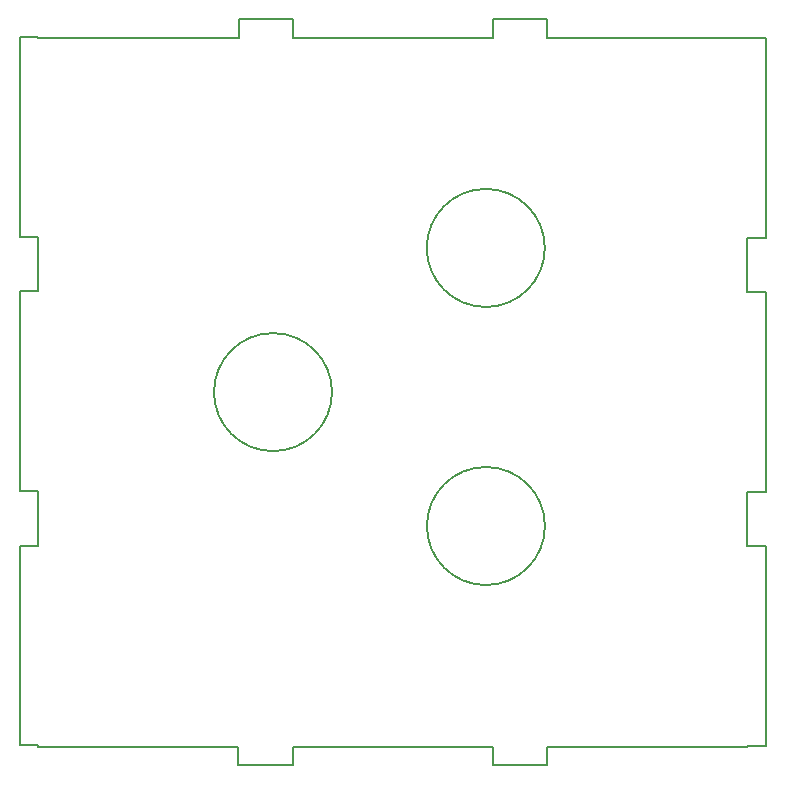
<source format=gbr>
G04 #@! TF.GenerationSoftware,KiCad,Pcbnew,(5.1.2-1)-1*
G04 #@! TF.CreationDate,2019-05-14T22:23:47-07:00*
G04 #@! TF.ProjectId,dice,64696365-2e6b-4696-9361-645f70636258,rev?*
G04 #@! TF.SameCoordinates,Original*
G04 #@! TF.FileFunction,Profile,NP*
%FSLAX46Y46*%
G04 Gerber Fmt 4.6, Leading zero omitted, Abs format (unit mm)*
G04 Created by KiCad (PCBNEW (5.1.2-1)-1) date 2019-05-14 22:23:47*
%MOMM*%
%LPD*%
G04 APERTURE LIST*
%ADD10C,0.200000*%
G04 APERTURE END LIST*
D10*
X73050000Y-117239542D02*
X74620000Y-117239542D01*
X96150000Y-138859957D02*
X113080787Y-138859957D01*
X134620000Y-117320786D02*
X136190000Y-117320786D01*
X134620000Y-100390000D02*
X134620000Y-95790786D01*
X134620000Y-138850786D02*
X136190000Y-138850786D01*
X134620000Y-100390000D02*
X136190000Y-100390000D01*
X73050000Y-100308756D02*
X74620000Y-100308756D01*
X117680000Y-138859957D02*
X117680000Y-140429957D01*
X136190000Y-138850786D02*
X136190000Y-121920000D01*
X74620000Y-78859957D02*
X91560000Y-78859957D01*
X91560000Y-77289957D02*
X91560000Y-78859957D01*
X134620000Y-95790786D02*
X136190000Y-95790786D01*
X113090000Y-77289957D02*
X117689214Y-77289957D01*
X73050000Y-117239542D02*
X73050000Y-100308756D01*
X134620000Y-138859957D02*
X134620000Y-138850786D01*
X96159214Y-78859957D02*
X113090000Y-78859957D01*
X113090000Y-77289957D02*
X113090000Y-78859957D01*
X134620000Y-78860000D02*
X136190000Y-78860000D01*
X91550787Y-140429957D02*
X96150000Y-140429957D01*
X113080787Y-140429957D02*
X117680000Y-140429957D01*
X73050000Y-138769542D02*
X74620000Y-138769542D01*
X74620000Y-138859957D02*
X74620000Y-138769542D01*
X117504999Y-120186579D02*
G75*
G03X117504999Y-120186579I-4999016J0D01*
G01*
X99479074Y-108848222D02*
G75*
G03X99479074Y-108848222I-4999016J0D01*
G01*
X136190000Y-95790786D02*
X136190000Y-78860000D01*
X73050000Y-121838756D02*
X74620000Y-121838756D01*
X74620000Y-100308756D02*
X74620000Y-95709542D01*
X117680000Y-138859957D02*
X134620000Y-138859957D01*
X74620000Y-138859957D02*
X91550787Y-138859957D01*
X91560000Y-77289957D02*
X96159214Y-77289957D01*
X96159214Y-77289957D02*
X96159214Y-78859957D01*
X73050000Y-95709542D02*
X73050000Y-78778756D01*
X117493816Y-96643612D02*
G75*
G03X117493816Y-96643612I-4999016J0D01*
G01*
X134620000Y-121920000D02*
X134620000Y-117320786D01*
X73050000Y-95709542D02*
X74620000Y-95709542D01*
X96150000Y-138859957D02*
X96150000Y-140429957D01*
X136190000Y-117320786D02*
X136190000Y-100390000D01*
X74620000Y-121838756D02*
X74620000Y-117239542D01*
X117689214Y-78859957D02*
X134620000Y-78859957D01*
X113080787Y-138859957D02*
X113080787Y-140429957D01*
X73050000Y-138769542D02*
X73050000Y-121838756D01*
X117689214Y-77289957D02*
X117689214Y-78859957D01*
X73050000Y-78778756D02*
X74620000Y-78778756D01*
X74620000Y-78859957D02*
X74620000Y-78778756D01*
X91550787Y-138859957D02*
X91550787Y-140429957D01*
X134620000Y-121920000D02*
X136190000Y-121920000D01*
M02*

</source>
